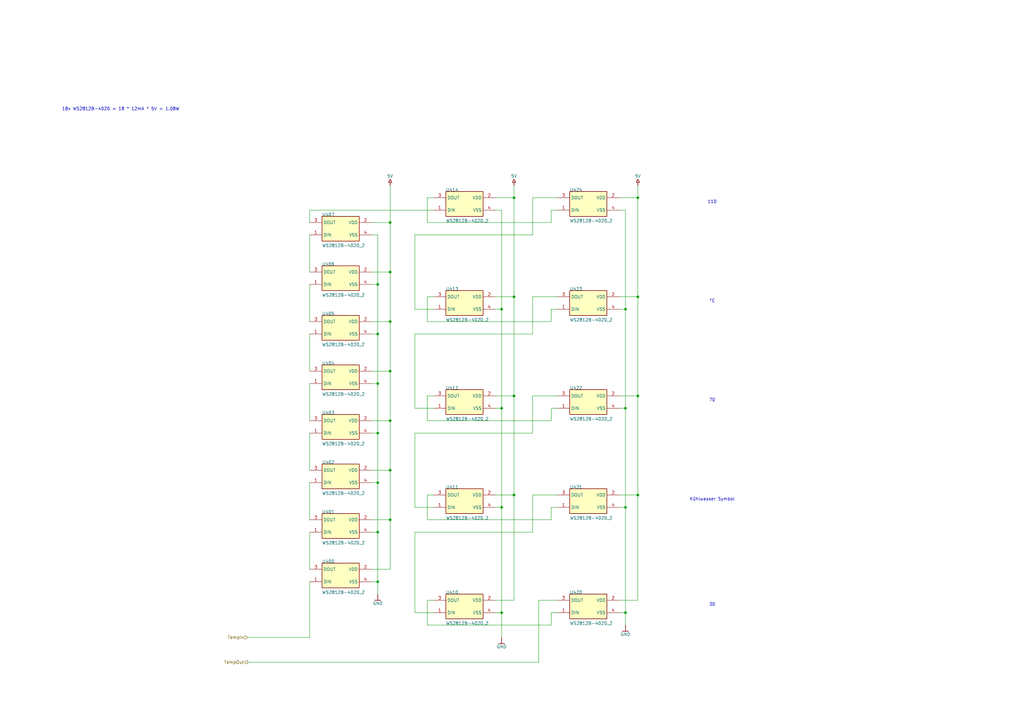
<source format=kicad_sch>
(kicad_sch (version 20231120) (generator "eeschema") (generator_version "8.0")
  (paper "A3")
  (lib_symbols
    (symbol "Lada_Speedometer-altium-import:5V_ARROW" (power)
      (property "Reference" "#PWR" (at 0 0 0))
      (property "Value" "5V" (at 0 3.81 0))
      (symbol "5V_ARROW_0_0"
        (polyline (pts (xy 0 0) (xy 0 -1.27)) (stroke (width 0.254)))
        (polyline (pts (xy -0.635 -1.27) (xy 0.635 -1.27) (xy 0 -2.54) (xy -0.635 -1.27)) (stroke (width 0.254)))
        (pin power_in line (at 0 0 0) (length 0) hide (name "5V") (number ""))
      )
    )
    (symbol "Lada_Speedometer-altium-import:Designator_0_WS2812B-4020_2"
      (symbol "Designator_0_WS2812B-4020_2_1_0"
        (rectangle (start 7.62 5.08) (end -7.62 -5.08) (stroke (width 0.254) (color 128 0 0 1)) (fill (type background)))
        (pin input line (at -12.7 -2.54 0) (length 5.08) (name "DIN") (number "1"))
        (pin power_in line (at 12.7 2.54 180) (length 5.08) (name "VDD") (number "2"))
        (pin output line (at -12.7 2.54 0) (length 5.08) (name "DOUT") (number "3"))
        (pin power_in line (at 12.7 -2.54 180) (length 5.08) (name "VSS") (number "4"))
      )
    )
    (symbol "Lada_Speedometer-altium-import:GND_BAR" (power)
      (property "Reference" "#PWR" (at 0 0 0))
      (property "Value" "GND" (at 0 3.81 0))
      (symbol "GND_BAR_0_0"
        (polyline (pts (xy -1.27 -2.54) (xy 1.27 -2.54)) (stroke (width 0.254)))
        (polyline (pts (xy 0 0) (xy 0 -2.54)) (stroke (width 0.254)))
        (pin power_in line (at 0 0 0) (length 0) hide (name "GND") (number ""))
      )
    )
  )
  (junction (at 154.94 157.3022))
  (junction (at 261.62 162.3822))
  (junction (at 205.74 251.2822))
  (junction (at 154.94 116.6622))
  (junction (at 160.02 213.1822))
  (junction (at 154.94 136.9822))
  (junction (at 160.02 111.5822))
  (junction (at 160.02 152.2222))
  (junction (at 261.62 81.1022))
  (junction (at 256.54 167.4622))
  (junction (at 256.54 251.2822))
  (junction (at 205.74 208.1022))
  (junction (at 160.02 91.2622))
  (junction (at 154.94 177.6222))
  (junction (at 205.74 126.8222))
  (junction (at 154.94 218.2622))
  (junction (at 160.02 192.8622))
  (junction (at 154.94 238.5822))
  (junction (at 210.82 162.3822))
  (junction (at 205.74 167.4622))
  (junction (at 154.94 197.9422))
  (junction (at 256.54 126.8222))
  (junction (at 210.82 203.0222))
  (junction (at 210.82 121.7422))
  (junction (at 160.02 131.9022))
  (junction (at 210.82 81.1022))
  (junction (at 256.54 208.1022))
  (junction (at 160.02 172.5422))
  (junction (at 261.62 203.0222))
  (junction (at 261.62 121.7422))
  (wire (pts (xy 205.74 208.1022) (xy 205.74 251.2822)))
  (wire (pts (xy 226.06 126.8222) (xy 228.6 126.8222)))
  (wire (pts (xy 254 162.3822) (xy 261.62 162.3822)))
  (wire (pts (xy 152.4 111.5822) (xy 160.02 111.5822)))
  (wire (pts (xy 127 91.2622) (xy 127 86.1822)))
  (wire (pts (xy 205.74 86.1822) (xy 205.74 126.8222)))
  (wire (pts (xy 210.82 121.7422) (xy 210.82 162.3822)))
  (wire (pts (xy 218.44 81.1022) (xy 218.44 96.3422)))
  (wire (pts (xy 127 136.9822) (xy 127 152.2222)))
  (wire (pts (xy 177.8 246.2022) (xy 175.26 246.2022)))
  (wire (pts (xy 261.62 81.1022) (xy 261.62 121.7422)))
  (wire (pts (xy 127 261.4422) (xy 101.6 261.4422)))
  (wire (pts (xy 127 218.2622) (xy 127 233.5022)))
  (wire (pts (xy 218.44 177.6222) (xy 170.18 177.6222)))
  (wire (pts (xy 152.4 131.9022) (xy 160.02 131.9022)))
  (wire (pts (xy 203.2 167.4622) (xy 205.74 167.4622)))
  (wire (pts (xy 210.82 81.1022) (xy 210.82 121.7422)))
  (wire (pts (xy 160.02 111.5822) (xy 160.02 131.9022)))
  (wire (pts (xy 210.82 203.0222) (xy 210.82 246.2022)))
  (wire (pts (xy 226.06 208.1022) (xy 228.6 208.1022)))
  (wire (pts (xy 177.8 162.3822) (xy 175.26 162.3822)))
  (wire (pts (xy 218.44 218.2622) (xy 170.18 218.2622)))
  (wire (pts (xy 261.62 121.7422) (xy 261.62 162.3822)))
  (wire (pts (xy 170.18 126.8222) (xy 177.8 126.8222)))
  (wire (pts (xy 152.4 172.5422) (xy 160.02 172.5422)))
  (wire (pts (xy 261.62 203.0222) (xy 261.62 246.2022)))
  (wire (pts (xy 170.18 177.6222) (xy 170.18 208.1022)))
  (wire (pts (xy 256.54 167.4622) (xy 256.54 208.1022)))
  (wire (pts (xy 254 203.0222) (xy 261.62 203.0222)))
  (wire (pts (xy 127 238.5822) (xy 127 261.4422)))
  (wire (pts (xy 127 111.5822) (xy 127 96.3422)))
  (wire (pts (xy 175.26 256.3622) (xy 226.06 256.3622)))
  (wire (pts (xy 152.4 238.5822) (xy 154.94 238.5822)))
  (wire (pts (xy 170.18 208.1022) (xy 177.8 208.1022)))
  (wire (pts (xy 226.06 251.2822) (xy 228.6 251.2822)))
  (wire (pts (xy 170.18 96.3422) (xy 170.18 126.8222)))
  (wire (pts (xy 175.26 91.2622) (xy 226.06 91.2622)))
  (wire (pts (xy 226.06 91.2622) (xy 226.06 86.1822)))
  (wire (pts (xy 160.02 152.2222) (xy 160.02 172.5422)))
  (wire (pts (xy 152.4 91.2622) (xy 160.02 91.2622)))
  (wire (pts (xy 160.02 91.2622) (xy 160.02 111.5822)))
  (wire (pts (xy 254 86.1822) (xy 256.54 86.1822)))
  (wire (pts (xy 175.26 131.9022) (xy 226.06 131.9022)))
  (wire (pts (xy 228.6 203.0222) (xy 218.44 203.0222)))
  (wire (pts (xy 177.8 81.1022) (xy 175.26 81.1022)))
  (wire (pts (xy 170.18 251.2822) (xy 177.8 251.2822)))
  (wire (pts (xy 154.94 243.6622) (xy 154.94 238.5822)))
  (wire (pts (xy 220.98 271.6022) (xy 101.6 271.6022)))
  (wire (pts (xy 127 86.1822) (xy 177.8 86.1822)))
  (wire (pts (xy 256.54 126.8222) (xy 256.54 167.4622)))
  (wire (pts (xy 170.18 218.2622) (xy 170.18 251.2822)))
  (wire (pts (xy 154.94 136.9822) (xy 154.94 116.6622)))
  (wire (pts (xy 203.2 121.7422) (xy 210.82 121.7422)))
  (wire (pts (xy 226.06 172.5422) (xy 226.06 167.4622)))
  (wire (pts (xy 160.02 233.5022) (xy 152.4 233.5022)))
  (wire (pts (xy 175.26 203.0222) (xy 175.26 213.1822)))
  (wire (pts (xy 152.4 197.9422) (xy 154.94 197.9422)))
  (wire (pts (xy 152.4 177.6222) (xy 154.94 177.6222)))
  (wire (pts (xy 228.6 246.2022) (xy 220.98 246.2022)))
  (wire (pts (xy 154.94 197.9422) (xy 154.94 177.6222)))
  (wire (pts (xy 254 251.2822) (xy 256.54 251.2822)))
  (wire (pts (xy 154.94 96.3422) (xy 152.4 96.3422)))
  (wire (pts (xy 261.62 162.3822) (xy 261.62 203.0222)))
  (wire (pts (xy 160.02 192.8622) (xy 160.02 213.1822)))
  (wire (pts (xy 175.26 172.5422) (xy 226.06 172.5422)))
  (wire (pts (xy 175.26 213.1822) (xy 226.06 213.1822)))
  (wire (pts (xy 154.94 238.5822) (xy 154.94 218.2622)))
  (wire (pts (xy 218.44 136.9822) (xy 170.18 136.9822)))
  (wire (pts (xy 254 121.7422) (xy 261.62 121.7422)))
  (wire (pts (xy 256.54 208.1022) (xy 256.54 251.2822)))
  (wire (pts (xy 127 157.3022) (xy 127 172.5422)))
  (wire (pts (xy 152.4 213.1822) (xy 160.02 213.1822)))
  (wire (pts (xy 170.18 167.4622) (xy 177.8 167.4622)))
  (wire (pts (xy 203.2 126.8222) (xy 205.74 126.8222)))
  (wire (pts (xy 256.54 86.1822) (xy 256.54 126.8222)))
  (wire (pts (xy 218.44 203.0222) (xy 218.44 218.2622)))
  (wire (pts (xy 254 81.1022) (xy 261.62 81.1022)))
  (wire (pts (xy 127 177.6222) (xy 127 192.8622)))
  (wire (pts (xy 220.98 246.2022) (xy 220.98 271.6022)))
  (wire (pts (xy 154.94 218.2622) (xy 154.94 197.9422)))
  (wire (pts (xy 205.74 126.8222) (xy 205.74 167.4622)))
  (wire (pts (xy 228.6 81.1022) (xy 218.44 81.1022)))
  (wire (pts (xy 218.44 121.7422) (xy 218.44 136.9822)))
  (wire (pts (xy 203.2 208.1022) (xy 205.74 208.1022)))
  (wire (pts (xy 226.06 256.3622) (xy 226.06 251.2822)))
  (wire (pts (xy 175.26 81.1022) (xy 175.26 91.2622)))
  (wire (pts (xy 160.02 131.9022) (xy 160.02 152.2222)))
  (wire (pts (xy 210.82 162.3822) (xy 210.82 203.0222)))
  (wire (pts (xy 152.4 192.8622) (xy 160.02 192.8622)))
  (wire (pts (xy 154.94 157.3022) (xy 154.94 136.9822)))
  (wire (pts (xy 175.26 162.3822) (xy 175.26 172.5422)))
  (wire (pts (xy 127 213.1822) (xy 127 197.9422)))
  (wire (pts (xy 210.82 81.1022) (xy 210.82 76.0222)))
  (wire (pts (xy 254 126.8222) (xy 256.54 126.8222)))
  (wire (pts (xy 203.2 203.0222) (xy 210.82 203.0222)))
  (wire (pts (xy 203.2 81.1022) (xy 210.82 81.1022)))
  (wire (pts (xy 261.62 81.1022) (xy 261.62 76.0222)))
  (wire (pts (xy 228.6 162.3822) (xy 218.44 162.3822)))
  (wire (pts (xy 210.82 246.2022) (xy 203.2 246.2022)))
  (wire (pts (xy 152.4 157.3022) (xy 154.94 157.3022)))
  (wire (pts (xy 228.6 121.7422) (xy 218.44 121.7422)))
  (wire (pts (xy 152.4 218.2622) (xy 154.94 218.2622)))
  (wire (pts (xy 203.2 86.1822) (xy 205.74 86.1822)))
  (wire (pts (xy 127 116.6622) (xy 127 131.9022)))
  (wire (pts (xy 177.8 121.7422) (xy 175.26 121.7422)))
  (wire (pts (xy 203.2 162.3822) (xy 210.82 162.3822)))
  (wire (pts (xy 160.02 76.0222) (xy 160.02 91.2622)))
  (wire (pts (xy 226.06 86.1822) (xy 228.6 86.1822)))
  (wire (pts (xy 160.02 213.1822) (xy 160.02 233.5022)))
  (wire (pts (xy 152.4 136.9822) (xy 154.94 136.9822)))
  (wire (pts (xy 152.4 116.6622) (xy 154.94 116.6622)))
  (wire (pts (xy 261.62 246.2022) (xy 254 246.2022)))
  (wire (pts (xy 152.4 152.2222) (xy 160.02 152.2222)))
  (wire (pts (xy 154.94 116.6622) (xy 154.94 96.3422)))
  (wire (pts (xy 254 208.1022) (xy 256.54 208.1022)))
  (wire (pts (xy 205.74 251.2822) (xy 205.74 261.4422)))
  (wire (pts (xy 226.06 131.9022) (xy 226.06 126.8222)))
  (wire (pts (xy 226.06 167.4622) (xy 228.6 167.4622)))
  (wire (pts (xy 226.06 213.1822) (xy 226.06 208.1022)))
  (wire (pts (xy 175.26 246.2022) (xy 175.26 256.3622)))
  (wire (pts (xy 175.26 121.7422) (xy 175.26 131.9022)))
  (wire (pts (xy 154.94 177.6222) (xy 154.94 157.3022)))
  (wire (pts (xy 170.18 136.9822) (xy 170.18 167.4622)))
  (wire (pts (xy 218.44 162.3822) (xy 218.44 177.6222)))
  (wire (pts (xy 205.74 251.2822) (xy 203.2 251.2822)))
  (wire (pts (xy 254 167.4622) (xy 256.54 167.4622)))
  (wire (pts (xy 218.44 96.3422) (xy 170.18 96.3422)))
  (wire (pts (xy 256.54 251.2822) (xy 256.54 256.3622)))
  (wire (pts (xy 205.74 167.4622) (xy 205.74 208.1022)))
  (wire (pts (xy 177.8 203.0222) (xy 175.26 203.0222)))
  (wire (pts (xy 160.02 172.5422) (xy 160.02 192.8622)))
  (text "30" (at 292.1 248.7422 0) (effects (font (size 1.27 1.27)) (justify bottom)))
  (text "Kühlwasser Symbol" (at 292.1 205.5622 0) (effects (font (size 1.27 1.27)) (justify bottom)))
  (text "110" (at 292.1 83.6422 0) (effects (font (size 1.27 1.27)) (justify bottom)))
  (text "70" (at 292.1 164.9222 0) (effects (font (size 1.27 1.27)) (justify bottom)))
  (text "18x WS2812B-4020 = 18 * 12mA * 5V = 1.08W" (at 25.4 45.5422 0) (effects (font (size 1.27 1.27)) (justify left bottom)))
  (text "°C" (at 292.1 124.2822 0) (effects (font (size 1.27 1.27)) (justify bottom)))
  (hierarchical_label "TempIn" (shape input) (at 101.6 261.4422 180))
  (hierarchical_label "TempOut" (shape output) (at 101.6 271.6022 180))
  (symbol (lib_id "Lada_Speedometer-altium-import:Designator_0_WS2812B-4020_2") (at 241.3 164.9222 0) (unit 1)
    (property "Reference" "U422" (at 233.68 159.8422 0) (effects (justify left bottom)))
    (property "Value" "WS2812B-4020_2" (at 233.68 172.5422 0) (effects (justify left bottom)))
    (property "Footprint" "LED_WS2812B-4020" (effects (hide yes)))
    (property "Description" "12mA RGB SMD,2x4mm Light Emitting Diodes" (effects (hide yes)))
    (property "PRICE" "None" (effects (hide yes)))
    (property "MP" "WS2812B-4020" (effects (hide yes)))
    (property "AVAILABILITY" "Not in stock" (effects (hide yes)))
    (property "SNAPEDA_LINK" "https://www.snapeda.com/parts/WS2812B-4020/Worldsemi/view-part/?ref=snap" (effects (hide yes)))
    (property "CHECK_PRICES" "https://www.snapeda.com/parts/WS2812B-4020/Worldsemi/view-part/?ref=eda" (effects (hide yes)))
    (property "ALTIUM_VALUE" "*" (effects (hide yes)))
    (property "PACKAGE" "Package" (effects (hide yes)))
    (property "MF" "Worldsemi" (effects (hide yes)))
  )
  (symbol (lib_id "Lada_Speedometer-altium-import:Designator_0_WS2812B-4020_2") (at 190.5 205.5622 0) (unit 1)
    (property "Reference" "U411" (at 182.88 200.4822 0) (effects (justify left bottom)))
    (property "Value" "WS2812B-4020_2" (at 182.88 213.1822 0) (effects (justify left bottom)))
    (property "Footprint" "LED_WS2812B-4020" (effects (hide yes)))
    (property "Description" "12mA RGB SMD,2x4mm Light Emitting Diodes" (effects (hide yes)))
    (property "PRICE" "None" (effects (hide yes)))
    (property "MP" "WS2812B-4020" (effects (hide yes)))
    (property "AVAILABILITY" "Not in stock" (effects (hide yes)))
    (property "SNAPEDA_LINK" "https://www.snapeda.com/parts/WS2812B-4020/Worldsemi/view-part/?ref=snap" (effects (hide yes)))
    (property "CHECK_PRICES" "https://www.snapeda.com/parts/WS2812B-4020/Worldsemi/view-part/?ref=eda" (effects (hide yes)))
    (property "ALTIUM_VALUE" "*" (effects (hide yes)))
    (property "PACKAGE" "Package" (effects (hide yes)))
    (property "MF" "Worldsemi" (effects (hide yes)))
  )
  (symbol (lib_id "Lada_Speedometer-altium-import:Designator_0_WS2812B-4020_2") (at 190.5 164.9222 0) (unit 1)
    (property "Reference" "U412" (at 182.88 159.8422 0) (effects (justify left bottom)))
    (property "Value" "WS2812B-4020_2" (at 182.88 172.5422 0) (effects (justify left bottom)))
    (property "Footprint" "LED_WS2812B-4020" (effects (hide yes)))
    (property "Description" "12mA RGB SMD,2x4mm Light Emitting Diodes" (effects (hide yes)))
    (property "PRICE" "None" (effects (hide yes)))
    (property "MP" "WS2812B-4020" (effects (hide yes)))
    (property "AVAILABILITY" "Not in stock" (effects (hide yes)))
    (property "SNAPEDA_LINK" "https://www.snapeda.com/parts/WS2812B-4020/Worldsemi/view-part/?ref=snap" (effects (hide yes)))
    (property "CHECK_PRICES" "https://www.snapeda.com/parts/WS2812B-4020/Worldsemi/view-part/?ref=eda" (effects (hide yes)))
    (property "ALTIUM_VALUE" "*" (effects (hide yes)))
    (property "PACKAGE" "Package" (effects (hide yes)))
    (property "MF" "Worldsemi" (effects (hide yes)))
  )
  (symbol (lib_id "Lada_Speedometer-altium-import:GND_BAR") (at 205.74 261.4422 0) (unit 1)
    (property "Reference" "#PWR?" (effects (hide yes)))
    (property "Value" "GND" (at 205.74 265.2522 0))
  )
  (symbol (lib_id "Lada_Speedometer-altium-import:Designator_0_WS2812B-4020_2") (at 241.3 83.6422 0) (unit 1)
    (property "Reference" "U424" (at 233.68 78.5622 0) (effects (justify left bottom)))
    (property "Value" "WS2812B-4020_2" (at 233.68 91.2622 0) (effects (justify left bottom)))
    (property "Footprint" "LED_WS2812B-4020" (effects (hide yes)))
    (property "Description" "12mA RGB SMD,2x4mm Light Emitting Diodes" (effects (hide yes)))
    (property "PRICE" "None" (effects (hide yes)))
    (property "MP" "WS2812B-4020" (effects (hide yes)))
    (property "AVAILABILITY" "Not in stock" (effects (hide yes)))
    (property "SNAPEDA_LINK" "https://www.snapeda.com/parts/WS2812B-4020/Worldsemi/view-part/?ref=snap" (effects (hide yes)))
    (property "CHECK_PRICES" "https://www.snapeda.com/parts/WS2812B-4020/Worldsemi/view-part/?ref=eda" (effects (hide yes)))
    (property "ALTIUM_VALUE" "*" (effects (hide yes)))
    (property "PACKAGE" "Package" (effects (hide yes)))
    (property "MF" "Worldsemi" (effects (hide yes)))
  )
  (symbol (lib_id "Lada_Speedometer-altium-import:Designator_0_WS2812B-4020_2") (at 139.7 114.1222 0) (unit 1)
    (property "Reference" "U406" (at 132.08 109.0422 0) (effects (justify left bottom)))
    (property "Value" "WS2812B-4020_2" (at 132.08 121.7422 0) (effects (justify left bottom)))
    (property "Footprint" "LED_WS2812B-4020" (effects (hide yes)))
    (property "Description" "12mA RGB SMD,2x4mm Light Emitting Diodes" (effects (hide yes)))
    (property "PRICE" "None" (effects (hide yes)))
    (property "MP" "WS2812B-4020" (effects (hide yes)))
    (property "AVAILABILITY" "Not in stock" (effects (hide yes)))
    (property "SNAPEDA_LINK" "https://www.snapeda.com/parts/WS2812B-4020/Worldsemi/view-part/?ref=snap" (effects (hide yes)))
    (property "CHECK_PRICES" "https://www.snapeda.com/parts/WS2812B-4020/Worldsemi/view-part/?ref=eda" (effects (hide yes)))
    (property "ALTIUM_VALUE" "*" (effects (hide yes)))
    (property "PACKAGE" "Package" (effects (hide yes)))
    (property "MF" "Worldsemi" (effects (hide yes)))
  )
  (symbol (lib_id "Lada_Speedometer-altium-import:GND_BAR") (at 154.94 243.6622 0) (unit 1)
    (property "Reference" "#PWR?" (effects (hide yes)))
    (property "Value" "GND" (at 154.94 247.4722 0))
  )
  (symbol (lib_id "Lada_Speedometer-altium-import:Designator_0_WS2812B-4020_2") (at 190.5 248.7422 0) (unit 1)
    (property "Reference" "U410" (at 182.88 243.6622 0) (effects (justify left bottom)))
    (property "Value" "WS2812B-4020_2" (at 182.88 256.3622 0) (effects (justify left bottom)))
    (property "Footprint" "LED_WS2812B-4020" (effects (hide yes)))
    (property "Description" "12mA RGB SMD,2x4mm Light Emitting Diodes" (effects (hide yes)))
    (property "PRICE" "None" (effects (hide yes)))
    (property "MP" "WS2812B-4020" (effects (hide yes)))
    (property "AVAILABILITY" "Not in stock" (effects (hide yes)))
    (property "SNAPEDA_LINK" "https://www.snapeda.com/parts/WS2812B-4020/Worldsemi/view-part/?ref=snap" (effects (hide yes)))
    (property "CHECK_PRICES" "https://www.snapeda.com/parts/WS2812B-4020/Worldsemi/view-part/?ref=eda" (effects (hide yes)))
    (property "ALTIUM_VALUE" "*" (effects (hide yes)))
    (property "PACKAGE" "Package" (effects (hide yes)))
    (property "MF" "Worldsemi" (effects (hide yes)))
  )
  (symbol (lib_id "Lada_Speedometer-altium-import:Designator_0_WS2812B-4020_2") (at 139.7 93.8022 0) (unit 1)
    (property "Reference" "U407" (at 132.08 88.7222 0) (effects (justify left bottom)))
    (property "Value" "WS2812B-4020_2" (at 132.08 101.4222 0) (effects (justify left bottom)))
    (property "Footprint" "LED_WS2812B-4020" (effects (hide yes)))
    (property "Description" "12mA RGB SMD,2x4mm Light Emitting Diodes" (effects (hide yes)))
    (property "PRICE" "None" (effects (hide yes)))
    (property "MP" "WS2812B-4020" (effects (hide yes)))
    (property "AVAILABILITY" "Not in stock" (effects (hide yes)))
    (property "SNAPEDA_LINK" "https://www.snapeda.com/parts/WS2812B-4020/Worldsemi/view-part/?ref=snap" (effects (hide yes)))
    (property "CHECK_PRICES" "https://www.snapeda.com/parts/WS2812B-4020/Worldsemi/view-part/?ref=eda" (effects (hide yes)))
    (property "ALTIUM_VALUE" "*" (effects (hide yes)))
    (property "PACKAGE" "Package" (effects (hide yes)))
    (property "MF" "Worldsemi" (effects (hide yes)))
  )
  (symbol (lib_id "Lada_Speedometer-altium-import:Designator_0_WS2812B-4020_2") (at 139.7 236.0422 0) (unit 1)
    (property "Reference" "U400" (at 132.08 230.9622 0) (effects (justify left bottom)))
    (property "Value" "WS2812B-4020_2" (at 132.08 243.6622 0) (effects (justify left bottom)))
    (property "Footprint" "LED_WS2812B-4020" (effects (hide yes)))
    (property "Description" "12mA RGB SMD,2x4mm Light Emitting Diodes" (effects (hide yes)))
    (property "PRICE" "None" (effects (hide yes)))
    (property "MP" "WS2812B-4020" (effects (hide yes)))
    (property "AVAILABILITY" "Not in stock" (effects (hide yes)))
    (property "SNAPEDA_LINK" "https://www.snapeda.com/parts/WS2812B-4020/Worldsemi/view-part/?ref=snap" (effects (hide yes)))
    (property "CHECK_PRICES" "https://www.snapeda.com/parts/WS2812B-4020/Worldsemi/view-part/?ref=eda" (effects (hide yes)))
    (property "ALTIUM_VALUE" "*" (effects (hide yes)))
    (property "PACKAGE" "Package" (effects (hide yes)))
    (property "MF" "Worldsemi" (effects (hide yes)))
  )
  (symbol (lib_id "Lada_Speedometer-altium-import:Designator_0_WS2812B-4020_2") (at 139.7 175.0822 0) (unit 1)
    (property "Reference" "U403" (at 132.08 170.0022 0) (effects (justify left bottom)))
    (property "Value" "WS2812B-4020_2" (at 132.08 182.7022 0) (effects (justify left bottom)))
    (property "Footprint" "LED_WS2812B-4020" (effects (hide yes)))
    (property "Description" "12mA RGB SMD,2x4mm Light Emitting Diodes" (effects (hide yes)))
    (property "PRICE" "None" (effects (hide yes)))
    (property "MP" "WS2812B-4020" (effects (hide yes)))
    (property "AVAILABILITY" "Not in stock" (effects (hide yes)))
    (property "SNAPEDA_LINK" "https://www.snapeda.com/parts/WS2812B-4020/Worldsemi/view-part/?ref=snap" (effects (hide yes)))
    (property "CHECK_PRICES" "https://www.snapeda.com/parts/WS2812B-4020/Worldsemi/view-part/?ref=eda" (effects (hide yes)))
    (property "ALTIUM_VALUE" "*" (effects (hide yes)))
    (property "PACKAGE" "Package" (effects (hide yes)))
    (property "MF" "Worldsemi" (effects (hide yes)))
  )
  (symbol (lib_id "Lada_Speedometer-altium-import:Designator_0_WS2812B-4020_2") (at 190.5 124.2822 0) (unit 1)
    (property "Reference" "U413" (at 182.88 119.2022 0) (effects (justify left bottom)))
    (property "Value" "WS2812B-4020_2" (at 182.88 131.9022 0) (effects (justify left bottom)))
    (property "Footprint" "LED_WS2812B-4020" (effects (hide yes)))
    (property "Description" "12mA RGB SMD,2x4mm Light Emitting Diodes" (effects (hide yes)))
    (property "PRICE" "None" (effects (hide yes)))
    (property "MP" "WS2812B-4020" (effects (hide yes)))
    (property "AVAILABILITY" "Not in stock" (effects (hide yes)))
    (property "SNAPEDA_LINK" "https://www.snapeda.com/parts/WS2812B-4020/Worldsemi/view-part/?ref=snap" (effects (hide yes)))
    (property "CHECK_PRICES" "https://www.snapeda.com/parts/WS2812B-4020/Worldsemi/view-part/?ref=eda" (effects (hide yes)))
    (property "ALTIUM_VALUE" "*" (effects (hide yes)))
    (property "PACKAGE" "Package" (effects (hide yes)))
    (property "MF" "Worldsemi" (effects (hide yes)))
  )
  (symbol (lib_id "Lada_Speedometer-altium-import:Designator_0_WS2812B-4020_2") (at 139.7 215.7222 0) (unit 1)
    (property "Reference" "U401" (at 132.08 210.6422 0) (effects (justify left bottom)))
    (property "Value" "WS2812B-4020_2" (at 132.08 223.3422 0) (effects (justify left bottom)))
    (property "Footprint" "LED_WS2812B-4020" (effects (hide yes)))
    (property "Description" "12mA RGB SMD,2x4mm Light Emitting Diodes" (effects (hide yes)))
    (property "PRICE" "None" (effects (hide yes)))
    (property "MP" "WS2812B-4020" (effects (hide yes)))
    (property "AVAILABILITY" "Not in stock" (effects (hide yes)))
    (property "SNAPEDA_LINK" "https://www.snapeda.com/parts/WS2812B-4020/Worldsemi/view-part/?ref=snap" (effects (hide yes)))
    (property "CHECK_PRICES" "https://www.snapeda.com/parts/WS2812B-4020/Worldsemi/view-part/?ref=eda" (effects (hide yes)))
    (property "ALTIUM_VALUE" "*" (effects (hide yes)))
    (property "PACKAGE" "Package" (effects (hide yes)))
    (property "MF" "Worldsemi" (effects (hide yes)))
  )
  (symbol (lib_id "Lada_Speedometer-altium-import:GND_BAR") (at 256.54 256.3622 0) (unit 1)
    (property "Reference" "#PWR?" (effects (hide yes)))
    (property "Value" "GND" (at 256.54 260.1722 0))
  )
  (symbol (lib_id "Lada_Speedometer-altium-import:Designator_0_WS2812B-4020_2") (at 190.5 83.6422 0) (unit 1)
    (property "Reference" "U414" (at 182.88 78.5622 0) (effects (justify left bottom)))
    (property "Value" "WS2812B-4020_2" (at 182.88 91.2622 0) (effects (justify left bottom)))
    (property "Footprint" "LED_WS2812B-4020" (effects (hide yes)))
    (property "Description" "12mA RGB SMD,2x4mm Light Emitting Diodes" (effects (hide yes)))
    (property "PRICE" "None" (effects (hide yes)))
    (property "MP" "WS2812B-4020" (effects (hide yes)))
    (property "AVAILABILITY" "Not in stock" (effects (hide yes)))
    (property "SNAPEDA_LINK" "https://www.snapeda.com/parts/WS2812B-4020/Worldsemi/view-part/?ref=snap" (effects (hide yes)))
    (property "CHECK_PRICES" "https://www.snapeda.com/parts/WS2812B-4020/Worldsemi/view-part/?ref=eda" (effects (hide yes)))
    (property "ALTIUM_VALUE" "*" (effects (hide yes)))
    (property "PACKAGE" "Package" (effects (hide yes)))
    (property "MF" "Worldsemi" (effects (hide yes)))
  )
  (symbol (lib_id "Lada_Speedometer-altium-import:5V_ARROW") (at 210.82 76.0222 180) (unit 1)
    (property "Reference" "#PWR?" (effects (hide yes)))
    (property "Value" "5V" (at 210.82 72.2122 0))
  )
  (symbol (lib_id "Lada_Speedometer-altium-import:Designator_0_WS2812B-4020_2") (at 241.3 248.7422 0) (unit 1)
    (property "Reference" "U420" (at 233.68 243.6622 0) (effects (justify left bottom)))
    (property "Value" "WS2812B-4020_2" (at 233.68 256.3622 0) (effects (justify left bottom)))
    (property "Footprint" "LED_WS2812B-4020" (effects (hide yes)))
    (property "Description" "12mA RGB SMD,2x4mm Light Emitting Diodes" (effects (hide yes)))
    (property "PRICE" "None" (effects (hide yes)))
    (property "MP" "WS2812B-4020" (effects (hide yes)))
    (property "AVAILABILITY" "Not in stock" (effects (hide yes)))
    (property "SNAPEDA_LINK" "https://www.snapeda.com/parts/WS2812B-4020/Worldsemi/view-part/?ref=snap" (effects (hide yes)))
    (property "CHECK_PRICES" "https://www.snapeda.com/parts/WS2812B-4020/Worldsemi/view-part/?ref=eda" (effects (hide yes)))
    (property "ALTIUM_VALUE" "*" (effects (hide yes)))
    (property "PACKAGE" "Package" (effects (hide yes)))
    (property "MF" "Worldsemi" (effects (hide yes)))
  )
  (symbol (lib_id "Lada_Speedometer-altium-import:5V_ARROW") (at 261.62 76.0222 180) (unit 1)
    (property "Reference" "#PWR?" (effects (hide yes)))
    (property "Value" "5V" (at 261.62 72.2122 0))
  )
  (symbol (lib_id "Lada_Speedometer-altium-import:Designator_0_WS2812B-4020_2") (at 139.7 154.7622 0) (unit 1)
    (property "Reference" "U404" (at 132.08 149.6822 0) (effects (justify left bottom)))
    (property "Value" "WS2812B-4020_2" (at 132.08 162.3822 0) (effects (justify left bottom)))
    (property "Footprint" "LED_WS2812B-4020" (effects (hide yes)))
    (property "Description" "12mA RGB SMD,2x4mm Light Emitting Diodes" (effects (hide yes)))
    (property "PRICE" "None" (effects (hide yes)))
    (property "MP" "WS2812B-4020" (effects (hide yes)))
    (property "AVAILABILITY" "Not in stock" (effects (hide yes)))
    (property "SNAPEDA_LINK" "https://www.snapeda.com/parts/WS2812B-4020/Worldsemi/view-part/?ref=snap" (effects (hide yes)))
    (property "CHECK_PRICES" "https://www.snapeda.com/parts/WS2812B-4020/Worldsemi/view-part/?ref=eda" (effects (hide yes)))
    (property "ALTIUM_VALUE" "*" (effects (hide yes)))
    (property "PACKAGE" "Package" (effects (hide yes)))
    (property "MF" "Worldsemi" (effects (hide yes)))
  )
  (symbol (lib_id "Lada_Speedometer-altium-import:Designator_0_WS2812B-4020_2") (at 139.7 195.4022 0) (unit 1)
    (property "Reference" "U402" (at 132.08 190.3222 0) (effects (justify left bottom)))
    (property "Value" "WS2812B-4020_2" (at 132.08 203.0222 0) (effects (justify left bottom)))
    (property "Footprint" "LED_WS2812B-4020" (effects (hide yes)))
    (property "Description" "12mA RGB SMD,2x4mm Light Emitting Diodes" (effects (hide yes)))
    (property "PRICE" "None" (effects (hide yes)))
    (property "MP" "WS2812B-4020" (effects (hide yes)))
    (property "AVAILABILITY" "Not in stock" (effects (hide yes)))
    (property "SNAPEDA_LINK" "https://www.snapeda.com/parts/WS2812B-4020/Worldsemi/view-part/?ref=snap" (effects (hide yes)))
    (property "CHECK_PRICES" "https://www.snapeda.com/parts/WS2812B-4020/Worldsemi/view-part/?ref=eda" (effects (hide yes)))
    (property "ALTIUM_VALUE" "*" (effects (hide yes)))
    (property "PACKAGE" "Package" (effects (hide yes)))
    (property "MF" "Worldsemi" (effects (hide yes)))
  )
  (symbol (lib_id "Lada_Speedometer-altium-import:Designator_0_WS2812B-4020_2") (at 241.3 205.5622 0) (unit 1)
    (property "Reference" "U421" (at 233.68 200.4822 0) (effects (justify left bottom)))
    (property "Value" "WS2812B-4020_2" (at 233.68 213.1822 0) (effects (justify left bottom)))
    (property "Footprint" "LED_WS2812B-4020" (effects (hide yes)))
    (property "Description" "12mA RGB SMD,2x4mm Light Emitting Diodes" (effects (hide yes)))
    (property "PRICE" "None" (effects (hide yes)))
    (property "MP" "WS2812B-4020" (effects (hide yes)))
    (property "AVAILABILITY" "Not in stock" (effects (hide yes)))
    (property "SNAPEDA_LINK" "https://www.snapeda.com/parts/WS2812B-4020/Worldsemi/view-part/?ref=snap" (effects (hide yes)))
    (property "CHECK_PRICES" "https://www.snapeda.com/parts/WS2812B-4020/Worldsemi/view-part/?ref=eda" (effects (hide yes)))
    (property "ALTIUM_VALUE" "*" (effects (hide yes)))
    (property "PACKAGE" "Package" (effects (hide yes)))
    (property "MF" "Worldsemi" (effects (hide yes)))
  )
  (symbol (lib_id "Lada_Speedometer-altium-import:Designator_0_WS2812B-4020_2") (at 241.3 124.2822 0) (unit 1)
    (property "Reference" "U423" (at 233.68 119.2022 0) (effects (justify left bottom)))
    (property "Value" "WS2812B-4020_2" (at 233.68 131.9022 0) (effects (justify left bottom)))
    (property "Footprint" "LED_WS2812B-4020" (effects (hide yes)))
    (property "Description" "12mA RGB SMD,2x4mm Light Emitting Diodes" (effects (hide yes)))
    (property "PRICE" "None" (effects (hide yes)))
    (property "MP" "WS2812B-4020" (effects (hide yes)))
    (property "AVAILABILITY" "Not in stock" (effects (hide yes)))
    (property "SNAPEDA_LINK" "https://www.snapeda.com/parts/WS2812B-4020/Worldsemi/view-part/?ref=snap" (effects (hide yes)))
    (property "CHECK_PRICES" "https://www.snapeda.com/parts/WS2812B-4020/Worldsemi/view-part/?ref=eda" (effects (hide yes)))
    (property "ALTIUM_VALUE" "*" (effects (hide yes)))
    (property "PACKAGE" "Package" (effects (hide yes)))
    (property "MF" "Worldsemi" (effects (hide yes)))
  )
  (symbol (lib_id "Lada_Speedometer-altium-import:Designator_0_WS2812B-4020_2") (at 139.7 134.4422 0) (unit 1)
    (property "Reference" "U405" (at 132.08 129.3622 0) (effects (justify left bottom)))
    (property "Value" "WS2812B-4020_2" (at 132.08 142.0622 0) (effects (justify left bottom)))
    (property "Footprint" "LED_WS2812B-4020" (effects (hide yes)))
    (property "Description" "12mA RGB SMD,2x4mm Light Emitting Diodes" (effects (hide yes)))
    (property "PRICE" "None" (effects (hide yes)))
    (property "MP" "WS2812B-4020" (effects (hide yes)))
    (property "AVAILABILITY" "Not in stock" (effects (hide yes)))
    (property "SNAPEDA_LINK" "https://www.snapeda.com/parts/WS2812B-4020/Worldsemi/view-part/?ref=snap" (effects (hide yes)))
    (property "CHECK_PRICES" "https://www.snapeda.com/parts/WS2812B-4020/Worldsemi/view-part/?ref=eda" (effects (hide yes)))
    (property "ALTIUM_VALUE" "*" (effects (hide yes)))
    (property "PACKAGE" "Package" (effects (hide yes)))
    (property "MF" "Worldsemi" (effects (hide yes)))
  )
  (symbol (lib_id "Lada_Speedometer-altium-import:5V_ARROW") (at 160.02 76.0222 180) (unit 1)
    (property "Reference" "#PWR?" (effects (hide yes)))
    (property "Value" "5V" (at 160.02 72.2122 0))
  )
)
</source>
